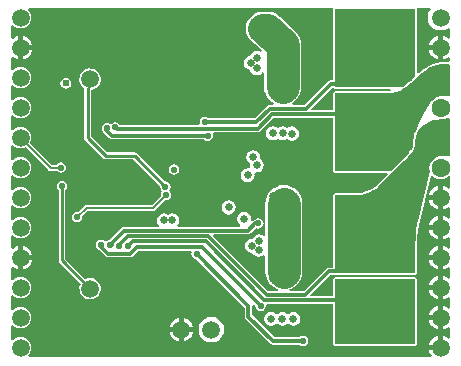
<source format=gbl>
G04*
G04 #@! TF.GenerationSoftware,Altium Limited,Altium Designer,18.1.7 (191)*
G04*
G04 Layer_Physical_Order=4*
G04 Layer_Color=16711680*
%FSLAX25Y25*%
%MOIN*%
G70*
G01*
G75*
%ADD49C,0.01000*%
%ADD50C,0.00800*%
%ADD51C,0.01200*%
%ADD55C,0.05906*%
%ADD56C,0.06299*%
%ADD57C,0.02410*%
%ADD58C,0.02600*%
%ADD59C,0.02200*%
%ADD60C,0.02400*%
%ADD62C,0.11000*%
%ADD63C,0.10000*%
G36*
X136665Y62590D02*
X136311Y62130D01*
X135886Y61102D01*
X135741Y60000D01*
X135886Y58898D01*
X136311Y57870D01*
X136988Y56988D01*
X137870Y56311D01*
X138898Y55886D01*
X140000Y55741D01*
X141102Y55886D01*
X142130Y56311D01*
X142590Y56665D01*
X143191Y56369D01*
Y53285D01*
X142590Y52995D01*
X141993Y53453D01*
X141032Y53851D01*
X140750Y53888D01*
Y50000D01*
Y46112D01*
X141032Y46149D01*
X141993Y46547D01*
X142590Y47005D01*
X143191Y46715D01*
Y45780D01*
X142837Y45349D01*
X142130Y45349D01*
X142076Y45349D01*
X142074Y45348D01*
X142071Y45349D01*
X141963Y45349D01*
X141961Y45348D01*
X141959Y45349D01*
X141851Y45347D01*
X141848Y45346D01*
X141846Y45347D01*
X141738Y45345D01*
X141736Y45344D01*
X141734Y45344D01*
X140618Y45313D01*
X140565Y45289D01*
X140508Y45300D01*
X138425Y44880D01*
X138377Y44848D01*
X138319Y44849D01*
X136338Y44080D01*
X136296Y44040D01*
X136238Y44032D01*
X134417Y42938D01*
X134382Y42891D01*
X134327Y42873D01*
X133523Y42179D01*
X133523Y42179D01*
X132648Y41425D01*
X132102Y41674D01*
Y62900D01*
X132297Y63190D01*
X136369D01*
X136665Y62590D01*
D02*
G37*
G36*
X143191Y44346D02*
X143191Y33900D01*
X140505Y33899D01*
X140505Y33899D01*
X139922Y33862D01*
X139207Y33678D01*
X139021Y33653D01*
X138870Y33590D01*
X138793Y33571D01*
X138707Y33523D01*
X138109Y33275D01*
X137326Y32674D01*
X137068Y32338D01*
X136926Y32204D01*
X136585Y31730D01*
X135000Y29200D01*
X135000Y29200D01*
X134446Y28209D01*
X133422Y26184D01*
X132511Y24105D01*
X131717Y21979D01*
X131683Y21874D01*
X131679Y21868D01*
X131678Y21858D01*
X131657Y21793D01*
X131629Y21764D01*
X131304Y20900D01*
X131133Y20446D01*
X131135Y20386D01*
X131102Y20335D01*
X130848Y18950D01*
X130861Y18891D01*
X130838Y18835D01*
X130835Y18142D01*
X130829Y17933D01*
X130805Y17756D01*
X130801Y17727D01*
X130801Y17727D01*
X130801Y17727D01*
X130772Y17511D01*
X130657Y17093D01*
X130664Y17045D01*
X130651Y17027D01*
X130537Y16451D01*
X130282Y16071D01*
X130079Y15935D01*
X130009Y15830D01*
X129904Y15761D01*
X129347Y14946D01*
X128560Y13941D01*
X127707Y12984D01*
X127258Y12528D01*
X123571Y8900D01*
X104953D01*
Y34900D01*
X122530D01*
X122941Y34900D01*
X122941Y34900D01*
Y34900D01*
X123690Y34933D01*
X125166Y35199D01*
X126572Y35721D01*
X127863Y36484D01*
X128453Y36949D01*
X129835Y38141D01*
X130155Y38204D01*
X130751Y38602D01*
X131149Y39198D01*
X131167Y39290D01*
X133947Y41687D01*
X133947Y41687D01*
Y41687D01*
X134751Y42381D01*
X136573Y43475D01*
X138554Y44243D01*
X140636Y44664D01*
X141752Y44695D01*
X141860Y44698D01*
X141968Y44699D01*
X142076Y44700D01*
X142130Y44700D01*
X142837Y44700D01*
X143191Y44346D01*
D02*
G37*
G36*
X131453Y40394D02*
X130743Y39781D01*
X130647Y39592D01*
X130638Y39578D01*
X130608Y39559D01*
X130282Y39070D01*
X129902Y38816D01*
X129708Y38778D01*
X129569Y38685D01*
X129411Y38633D01*
X128040Y37450D01*
X127495Y37021D01*
X127290Y36900D01*
X104953D01*
Y62900D01*
X131453D01*
Y40394D01*
D02*
G37*
G36*
X104304Y62900D02*
Y39123D01*
X103336D01*
X102868Y39030D01*
X102471Y38765D01*
X94629Y30924D01*
X90944D01*
X90373Y31514D01*
X90375Y31593D01*
X90724Y31780D01*
X91653Y32542D01*
X92416Y33471D01*
X92982Y34531D01*
X93331Y35681D01*
X93449Y36876D01*
Y50845D01*
X93449Y50845D01*
X93331Y52040D01*
X92982Y53190D01*
X92416Y54250D01*
X91653Y55179D01*
X91653Y55179D01*
X86884Y59948D01*
X86711Y60090D01*
X86544Y60308D01*
X85374Y61205D01*
X84012Y61770D01*
X82550Y61962D01*
X80688D01*
X79226Y61770D01*
X77864Y61205D01*
X76694Y60308D01*
X75796Y59138D01*
X75232Y57776D01*
X75039Y56314D01*
X75232Y54852D01*
X75796Y53490D01*
X76694Y52320D01*
X77864Y51422D01*
X78221Y51274D01*
X80330Y49166D01*
X79947Y48700D01*
X79697Y48867D01*
X78800Y49045D01*
X77903Y48867D01*
X77142Y48358D01*
X76634Y47597D01*
X76568Y47269D01*
X75803Y47117D01*
X75042Y46608D01*
X74533Y45847D01*
X74355Y44950D01*
X74533Y44053D01*
X75042Y43292D01*
X75803Y42783D01*
X76568Y42631D01*
X76634Y42303D01*
X77142Y41542D01*
X77903Y41033D01*
X78800Y40855D01*
X79697Y41033D01*
X80458Y41542D01*
X80590Y41738D01*
X81190Y41556D01*
Y36876D01*
X81307Y35681D01*
X81656Y34531D01*
X82223Y33471D01*
X82985Y32542D01*
X83914Y31780D01*
X84438Y31500D01*
X84287Y30900D01*
X83017D01*
X82549Y30807D01*
X82152Y30542D01*
X78134Y26524D01*
X62627D01*
X62626Y26526D01*
X62063Y26901D01*
X61400Y27033D01*
X60737Y26901D01*
X60174Y26526D01*
X59799Y25963D01*
X59667Y25300D01*
X59762Y24824D01*
X59408Y24224D01*
X33094D01*
X32826Y24626D01*
X32263Y25001D01*
X31600Y25133D01*
X30937Y25001D01*
X30374Y24626D01*
X29781Y24524D01*
X29463Y24737D01*
X28800Y24869D01*
X28137Y24737D01*
X27574Y24361D01*
X27199Y23799D01*
X27067Y23135D01*
X27199Y22472D01*
X27574Y21910D01*
X27608Y21887D01*
X27720Y21721D01*
X29642Y19799D01*
X30039Y19533D01*
X30507Y19440D01*
X61173D01*
X61174Y19438D01*
X61737Y19062D01*
X62400Y18930D01*
X63063Y19062D01*
X63626Y19438D01*
X64001Y20000D01*
X64133Y20664D01*
X64031Y21177D01*
X64368Y21777D01*
X79051D01*
X79520Y21870D01*
X79917Y22135D01*
X84435Y26653D01*
X104304D01*
Y8900D01*
X104494Y8441D01*
X104953Y8251D01*
X122119D01*
X122346Y7695D01*
X119169Y4568D01*
X118797Y4220D01*
X117998Y3574D01*
X117148Y3013D01*
X116246Y2537D01*
X115304Y2151D01*
X114328Y1858D01*
X113328Y1661D01*
X112305Y1562D01*
X111795Y1549D01*
X104953D01*
X104494Y1359D01*
X104304Y900D01*
Y-23277D01*
X102700D01*
X102232Y-23370D01*
X101835Y-23635D01*
X94370Y-31100D01*
X89684D01*
X89595Y-30500D01*
X90106Y-30345D01*
X91166Y-29779D01*
X92095Y-29016D01*
X92857Y-28087D01*
X93423Y-27028D01*
X93772Y-25878D01*
X93890Y-24682D01*
Y-1936D01*
X93772Y-740D01*
X93423Y410D01*
X92857Y1469D01*
X92095Y2398D01*
X91166Y3160D01*
X90106Y3727D01*
X88956Y4076D01*
X87761Y4193D01*
X86565Y4076D01*
X85415Y3727D01*
X84355Y3160D01*
X83426Y2398D01*
X83305Y2250D01*
X82736Y1870D01*
X82316Y1241D01*
X82182Y567D01*
X82098Y410D01*
X81749Y-740D01*
X81631Y-1936D01*
Y-12693D01*
X81258Y-12860D01*
X81031Y-12912D01*
X80315Y-12433D01*
X79418Y-12255D01*
X78520Y-12433D01*
X77759Y-12942D01*
X77252Y-13701D01*
X77018Y-13655D01*
X76120Y-13833D01*
X75359Y-14342D01*
X74851Y-15103D01*
X74673Y-16000D01*
X74851Y-16897D01*
X75359Y-17658D01*
X76120Y-18167D01*
X77018Y-18345D01*
X77236Y-18302D01*
X77742Y-19058D01*
X78503Y-19567D01*
X79400Y-19745D01*
X80297Y-19567D01*
X81031Y-19076D01*
X81186Y-19108D01*
X81631Y-19281D01*
Y-24682D01*
X81749Y-25878D01*
X82098Y-27028D01*
X82187Y-27196D01*
X82316Y-27841D01*
X82736Y-28470D01*
X83272Y-28828D01*
X83426Y-29016D01*
X84355Y-29779D01*
X85415Y-30345D01*
X85926Y-30500D01*
X85837Y-31100D01*
X82562D01*
X64240Y-12778D01*
X64470Y-12224D01*
X75800D01*
X76268Y-12130D01*
X76665Y-11865D01*
X78452Y-10078D01*
X78637Y-10201D01*
X79300Y-10333D01*
X79963Y-10201D01*
X80526Y-9826D01*
X80901Y-9263D01*
X81033Y-8600D01*
X80901Y-7937D01*
X80526Y-7374D01*
X79963Y-6999D01*
X79300Y-6867D01*
X78637Y-6999D01*
X78074Y-7374D01*
X78053Y-7406D01*
X77732Y-7470D01*
X77377Y-7707D01*
X77231Y-7665D01*
X76827Y-7394D01*
X76894Y-7058D01*
X76715Y-6160D01*
X76207Y-5400D01*
X75446Y-4891D01*
X74549Y-4713D01*
X73651Y-4891D01*
X72891Y-5400D01*
X72382Y-6160D01*
X72204Y-7058D01*
X72382Y-7955D01*
X72891Y-8716D01*
X73101Y-8856D01*
X73218Y-9657D01*
X73120Y-9776D01*
X52500D01*
X52331Y-9384D01*
X52285Y-9177D01*
X52767Y-8455D01*
X52945Y-7558D01*
X52767Y-6661D01*
X52258Y-5900D01*
X51497Y-5391D01*
X50600Y-5213D01*
X49703Y-5391D01*
X49169Y-5748D01*
X48697Y-5433D01*
X47800Y-5255D01*
X46903Y-5433D01*
X46142Y-5942D01*
X45633Y-6703D01*
X45455Y-7600D01*
X45633Y-8497D01*
X46087Y-9177D01*
X45994Y-9510D01*
X45838Y-9776D01*
X34420D01*
X33952Y-9870D01*
X33555Y-10135D01*
X29590Y-14100D01*
X29147Y-14188D01*
X28704Y-14484D01*
X28043Y-14574D01*
X27480Y-14199D01*
X26817Y-14067D01*
X26154Y-14199D01*
X25591Y-14574D01*
X25216Y-15137D01*
X25084Y-15800D01*
X25216Y-16463D01*
X25591Y-17026D01*
X26154Y-17401D01*
X26227Y-17416D01*
X28376Y-19565D01*
X28773Y-19830D01*
X29241Y-19924D01*
X36525D01*
X36993Y-19830D01*
X37390Y-19565D01*
X39332Y-17624D01*
X56787D01*
X57107Y-18224D01*
X57099Y-18237D01*
X56967Y-18900D01*
X57099Y-19563D01*
X57474Y-20126D01*
X58037Y-20501D01*
X58700Y-20633D01*
X58702Y-20633D01*
X74736Y-36666D01*
Y-39606D01*
X74829Y-40075D01*
X75094Y-40472D01*
X83287Y-48665D01*
X83684Y-48930D01*
X84153Y-49024D01*
X92873D01*
X92874Y-49026D01*
X93437Y-49401D01*
X94100Y-49533D01*
X94763Y-49401D01*
X95326Y-49026D01*
X95701Y-48463D01*
X95833Y-47800D01*
X95701Y-47137D01*
X95326Y-46574D01*
X94763Y-46199D01*
X94100Y-46067D01*
X93437Y-46199D01*
X92874Y-46574D01*
X92873Y-46576D01*
X84659D01*
X77183Y-39100D01*
Y-36159D01*
X77673Y-35604D01*
X77785Y-35582D01*
X78288Y-36084D01*
X78287Y-36087D01*
X78419Y-36750D01*
X78795Y-37313D01*
X79357Y-37688D01*
X80020Y-37820D01*
X80684Y-37688D01*
X81246Y-37313D01*
X81622Y-36750D01*
X81754Y-36087D01*
X81726Y-35947D01*
X82218Y-35347D01*
X104304D01*
Y-48880D01*
X104494Y-49340D01*
X104953Y-49530D01*
X131453D01*
X131912Y-49340D01*
X132102Y-48880D01*
Y-27100D01*
X131912Y-26641D01*
X131453Y-26451D01*
X104953D01*
X104494Y-26641D01*
X104304Y-27100D01*
Y-32900D01*
X96814D01*
X96584Y-32346D01*
X103207Y-25723D01*
X104890D01*
X104953Y-25749D01*
X131453D01*
X131912Y-25559D01*
X132102Y-25100D01*
Y-21113D01*
X132149Y-21000D01*
X132149Y-16781D01*
X132166Y-15655D01*
X132297Y-13401D01*
X132559Y-11164D01*
X132951Y-8941D01*
X133195Y-7842D01*
X136760Y7196D01*
X137395Y7272D01*
X138109Y6725D01*
X139021Y6347D01*
X140000Y6218D01*
X140979Y6347D01*
X141891Y6725D01*
X142590Y7261D01*
X143191Y7111D01*
X143190Y3285D01*
X142590Y2995D01*
X141993Y3453D01*
X141032Y3851D01*
X140750Y3888D01*
Y0D01*
Y-3888D01*
X141032Y-3851D01*
X141993Y-3453D01*
X142590Y-2995D01*
X143190Y-3285D01*
Y-6715D01*
X142590Y-7005D01*
X141993Y-6547D01*
X141032Y-6149D01*
X140750Y-6112D01*
Y-10000D01*
Y-13888D01*
X141032Y-13851D01*
X141993Y-13453D01*
X142590Y-12995D01*
X143190Y-13285D01*
Y-16715D01*
X142590Y-17005D01*
X141993Y-16547D01*
X141032Y-16149D01*
X140750Y-16112D01*
Y-20000D01*
Y-23888D01*
X141032Y-23851D01*
X141993Y-23453D01*
X142590Y-22995D01*
X143190Y-23285D01*
Y-26715D01*
X142590Y-27005D01*
X141993Y-26547D01*
X141032Y-26149D01*
X140750Y-26112D01*
Y-30000D01*
Y-33888D01*
X141032Y-33851D01*
X141993Y-33453D01*
X142590Y-32995D01*
X143190Y-33285D01*
Y-36715D01*
X142590Y-37005D01*
X141993Y-36547D01*
X141032Y-36149D01*
X140750Y-36112D01*
Y-40000D01*
Y-43888D01*
X141032Y-43851D01*
X141993Y-43453D01*
X142590Y-42995D01*
X143190Y-43285D01*
Y-46715D01*
X142590Y-47005D01*
X141993Y-46547D01*
X141032Y-46149D01*
X140750Y-46112D01*
Y-50000D01*
X140000D01*
Y-50750D01*
X136112D01*
X136149Y-51032D01*
X136547Y-51993D01*
X137005Y-52590D01*
X136715Y-53190D01*
X2664D01*
X2460Y-52590D01*
X2534Y-52534D01*
X3103Y-51792D01*
X3461Y-50927D01*
X3583Y-50000D01*
X3461Y-49073D01*
X3103Y-48208D01*
X2534Y-47466D01*
X1792Y-46897D01*
X927Y-46539D01*
X0Y-46417D01*
X-927Y-46539D01*
X-1792Y-46897D01*
X-2534Y-47466D01*
X-2591Y-47540D01*
X-3190Y-47336D01*
Y-42664D01*
X-2591Y-42460D01*
X-2534Y-42534D01*
X-1792Y-43103D01*
X-927Y-43461D01*
X0Y-43583D01*
X927Y-43461D01*
X1792Y-43103D01*
X2534Y-42534D01*
X3103Y-41792D01*
X3461Y-40927D01*
X3583Y-40000D01*
X3461Y-39073D01*
X3103Y-38208D01*
X2534Y-37466D01*
X1792Y-36897D01*
X927Y-36539D01*
X0Y-36417D01*
X-927Y-36539D01*
X-1792Y-36897D01*
X-2534Y-37466D01*
X-2591Y-37540D01*
X-3190Y-37336D01*
X-3190Y-32664D01*
X-2591Y-32460D01*
X-2534Y-32534D01*
X-1792Y-33103D01*
X-927Y-33461D01*
X0Y-33583D01*
X927Y-33461D01*
X1792Y-33103D01*
X2534Y-32534D01*
X3103Y-31792D01*
X3461Y-30927D01*
X3583Y-30000D01*
X3461Y-29073D01*
X3103Y-28208D01*
X2534Y-27466D01*
X1792Y-26897D01*
X927Y-26539D01*
X0Y-26417D01*
X-927Y-26539D01*
X-1792Y-26897D01*
X-2534Y-27466D01*
X-2591Y-27540D01*
X-3190Y-27336D01*
Y-23285D01*
X-2591Y-22995D01*
X-1993Y-23453D01*
X-1032Y-23851D01*
X-750Y-23888D01*
Y-20000D01*
Y-16112D01*
X-1032Y-16149D01*
X-1993Y-16547D01*
X-2591Y-17005D01*
X-3190Y-16715D01*
Y-12664D01*
X-2591Y-12460D01*
X-2534Y-12534D01*
X-1792Y-13103D01*
X-927Y-13461D01*
X0Y-13583D01*
X927Y-13461D01*
X1792Y-13103D01*
X2534Y-12534D01*
X3103Y-11792D01*
X3461Y-10927D01*
X3583Y-10000D01*
X3461Y-9072D01*
X3103Y-8208D01*
X2534Y-7466D01*
X1792Y-6897D01*
X927Y-6539D01*
X0Y-6417D01*
X-927Y-6539D01*
X-1792Y-6897D01*
X-2534Y-7466D01*
X-2591Y-7540D01*
X-3190Y-7336D01*
Y-2664D01*
X-2591Y-2460D01*
X-2534Y-2534D01*
X-1792Y-3103D01*
X-927Y-3461D01*
X0Y-3583D01*
X927Y-3461D01*
X1792Y-3103D01*
X2534Y-2534D01*
X3103Y-1792D01*
X3461Y-927D01*
X3583Y0D01*
X3461Y927D01*
X3103Y1792D01*
X2534Y2534D01*
X1792Y3103D01*
X927Y3461D01*
X0Y3583D01*
X-927Y3461D01*
X-1792Y3103D01*
X-2534Y2534D01*
X-2591Y2460D01*
X-3190Y2664D01*
Y7336D01*
X-2591Y7540D01*
X-2534Y7466D01*
X-1792Y6897D01*
X-927Y6539D01*
X0Y6417D01*
X927Y6539D01*
X1792Y6897D01*
X2534Y7466D01*
X3103Y8208D01*
X3461Y9072D01*
X3583Y10000D01*
X3461Y10927D01*
X3103Y11792D01*
X2534Y12534D01*
X1792Y13103D01*
X927Y13461D01*
X0Y13583D01*
X-927Y13461D01*
X-1792Y13103D01*
X-2534Y12534D01*
X-2591Y12460D01*
X-3190Y12664D01*
Y17336D01*
X-2591Y17540D01*
X-2534Y17466D01*
X-1792Y16897D01*
X-927Y16539D01*
X0Y16417D01*
X927Y16539D01*
X1700Y16859D01*
X9279Y9279D01*
X9610Y9058D01*
X10000Y8980D01*
X12037D01*
X12174Y8774D01*
X12737Y8399D01*
X13400Y8267D01*
X14063Y8399D01*
X14626Y8774D01*
X15001Y9337D01*
X15133Y10000D01*
X15001Y10663D01*
X14626Y11226D01*
X14063Y11601D01*
X13400Y11733D01*
X12737Y11601D01*
X12174Y11226D01*
X12037Y11020D01*
X10422D01*
X3142Y18300D01*
X3461Y19073D01*
X3583Y20000D01*
X3461Y20927D01*
X3103Y21792D01*
X2534Y22534D01*
X1792Y23103D01*
X927Y23461D01*
X0Y23583D01*
X-927Y23461D01*
X-1792Y23103D01*
X-2534Y22534D01*
X-2591Y22460D01*
X-3190Y22664D01*
Y27336D01*
X-2591Y27540D01*
X-2534Y27466D01*
X-1792Y26897D01*
X-927Y26539D01*
X0Y26417D01*
X927Y26539D01*
X1792Y26897D01*
X2534Y27466D01*
X3103Y28208D01*
X3461Y29073D01*
X3583Y30000D01*
X3461Y30927D01*
X3103Y31792D01*
X2534Y32534D01*
X1792Y33103D01*
X927Y33461D01*
X0Y33583D01*
X-927Y33461D01*
X-1792Y33103D01*
X-2534Y32534D01*
X-2591Y32460D01*
X-3190Y32664D01*
Y37336D01*
X-2591Y37540D01*
X-2534Y37466D01*
X-1792Y36897D01*
X-927Y36539D01*
X0Y36417D01*
X927Y36539D01*
X1792Y36897D01*
X2534Y37466D01*
X3103Y38208D01*
X3461Y39073D01*
X3583Y40000D01*
X3461Y40927D01*
X3103Y41792D01*
X2534Y42534D01*
X1792Y43103D01*
X927Y43461D01*
X0Y43583D01*
X-927Y43461D01*
X-1792Y43103D01*
X-2534Y42534D01*
X-2591Y42460D01*
X-3190Y42664D01*
Y46715D01*
X-2591Y47005D01*
X-1993Y46547D01*
X-1032Y46149D01*
X-750Y46112D01*
Y50000D01*
Y53888D01*
X-1032Y53851D01*
X-1993Y53453D01*
X-2591Y52995D01*
X-3190Y53285D01*
Y57336D01*
X-2591Y57540D01*
X-2534Y57466D01*
X-1792Y56897D01*
X-927Y56539D01*
X0Y56417D01*
X927Y56539D01*
X1792Y56897D01*
X2534Y57466D01*
X3103Y58208D01*
X3461Y59073D01*
X3583Y60000D01*
X3461Y60927D01*
X3103Y61792D01*
X2534Y62534D01*
X2460Y62590D01*
X2664Y63190D01*
X104110D01*
X104304Y62900D01*
D02*
G37*
G36*
X104420Y36620D02*
X104494Y36441D01*
X104953Y36251D01*
X123296D01*
X123517Y35651D01*
X123425Y35572D01*
X122926Y35550D01*
X122530Y35549D01*
X104953D01*
X104494Y35359D01*
X104304Y34900D01*
Y29100D01*
X97050D01*
X96821Y29654D01*
X103842Y36675D01*
X104420Y36620D01*
D02*
G37*
G36*
X143191Y26207D02*
X143191Y13954D01*
X139750Y13813D01*
X139750Y13813D01*
X139303Y13758D01*
X139031Y13654D01*
X139021Y13653D01*
X138943Y13621D01*
X138463Y13437D01*
X138426Y13406D01*
X138109Y13275D01*
X137326Y12674D01*
X136725Y11891D01*
X136347Y10979D01*
X136218Y10000D01*
X136347Y9021D01*
X136460Y8747D01*
X132562Y-7696D01*
X132562Y-7696D01*
X132314Y-8815D01*
X131916Y-11070D01*
X131650Y-13345D01*
X131517Y-15631D01*
X131500Y-16776D01*
X131500Y-21000D01*
X131453D01*
Y-25100D01*
X104953D01*
Y900D01*
X111804D01*
Y900D01*
X112345Y913D01*
X113422Y1018D01*
X114484Y1227D01*
X115520Y1538D01*
X116522Y1948D01*
X117479Y2454D01*
X118382Y3049D01*
X119224Y3730D01*
X119619Y4100D01*
X127718Y12070D01*
X127718Y12070D01*
X127718Y12070D01*
X128181Y12540D01*
X129059Y13524D01*
X129872Y14563D01*
X130440Y15395D01*
X130751Y15602D01*
X131149Y16198D01*
X131288Y16900D01*
X131284Y16922D01*
X131410Y17381D01*
X131445Y17640D01*
X131448Y17669D01*
X131448Y17669D01*
X131477Y17878D01*
X131485Y18129D01*
X131485Y18129D01*
X131485Y18129D01*
X131487Y18833D01*
X131741Y20218D01*
X132237Y21535D01*
X132959Y22743D01*
X133884Y23804D01*
X134982Y24684D01*
X136220Y25355D01*
X137556Y25795D01*
X138253Y25893D01*
X142813Y26535D01*
X143191Y26207D01*
D02*
G37*
G36*
X131453Y-48880D02*
X104953D01*
Y-27100D01*
X131453D01*
Y-48880D01*
D02*
G37*
%LPC*%
G36*
X139250Y53888D02*
X138968Y53851D01*
X138007Y53453D01*
X137181Y52819D01*
X136547Y51993D01*
X136149Y51032D01*
X136112Y50750D01*
X139250D01*
Y53888D01*
D02*
G37*
G36*
Y49250D02*
X136112D01*
X136149Y48968D01*
X136547Y48007D01*
X137181Y47181D01*
X138007Y46547D01*
X138968Y46149D01*
X139250Y46112D01*
Y49250D01*
D02*
G37*
G36*
X750Y53888D02*
Y50750D01*
X3888D01*
X3851Y51032D01*
X3453Y51993D01*
X2819Y52819D01*
X1993Y53453D01*
X1032Y53851D01*
X750Y53888D01*
D02*
G37*
G36*
X3888Y49250D02*
X750D01*
Y46112D01*
X1032Y46149D01*
X1993Y46547D01*
X2819Y47181D01*
X3453Y48007D01*
X3851Y48968D01*
X3888Y49250D01*
D02*
G37*
G36*
X15049Y39930D02*
X14347Y39790D01*
X13752Y39392D01*
X13354Y38797D01*
X13214Y38094D01*
X13354Y37392D01*
X13752Y36797D01*
X14347Y36399D01*
X15049Y36259D01*
X15752Y36399D01*
X16347Y36797D01*
X16745Y37392D01*
X16885Y38094D01*
X16745Y38797D01*
X16347Y39392D01*
X15752Y39790D01*
X15049Y39930D01*
D02*
G37*
G36*
X84105Y23780D02*
X83208Y23602D01*
X82447Y23094D01*
X81939Y22333D01*
X81761Y21435D01*
X81939Y20538D01*
X82447Y19777D01*
X83208Y19269D01*
X84105Y19090D01*
X85003Y19269D01*
X85695Y19731D01*
X86422Y19245D01*
X87319Y19067D01*
X88217Y19245D01*
X88908Y19707D01*
X89635Y19222D01*
X90533Y19043D01*
X91430Y19222D01*
X92191Y19730D01*
X92699Y20491D01*
X92878Y21388D01*
X92699Y22286D01*
X92191Y23046D01*
X91430Y23555D01*
X90533Y23733D01*
X89635Y23555D01*
X88944Y23093D01*
X88217Y23578D01*
X87319Y23757D01*
X86422Y23578D01*
X85730Y23116D01*
X85003Y23602D01*
X84105Y23780D01*
D02*
G37*
G36*
X77600Y15845D02*
X76703Y15667D01*
X75942Y15158D01*
X75433Y14397D01*
X75255Y13500D01*
X75433Y12603D01*
X75942Y11842D01*
X76587Y11411D01*
X76455Y10749D01*
X76547Y10288D01*
X76036Y9778D01*
X75700Y9845D01*
X74803Y9667D01*
X74042Y9158D01*
X73533Y8397D01*
X73355Y7500D01*
X73533Y6603D01*
X74042Y5842D01*
X74803Y5333D01*
X75700Y5155D01*
X76597Y5333D01*
X77358Y5842D01*
X77867Y6603D01*
X78045Y7500D01*
X77953Y7960D01*
X78464Y8471D01*
X78800Y8404D01*
X79697Y8582D01*
X80458Y9091D01*
X80967Y9851D01*
X81145Y10749D01*
X80967Y11646D01*
X80458Y12407D01*
X79813Y12838D01*
X79945Y13500D01*
X79766Y14397D01*
X79258Y15158D01*
X78497Y15667D01*
X77600Y15845D01*
D02*
G37*
G36*
X51188Y11097D02*
X50525Y10965D01*
X49963Y10589D01*
X49587Y10027D01*
X49455Y9363D01*
X49587Y8700D01*
X49963Y8138D01*
X50525Y7762D01*
X51188Y7630D01*
X51852Y7762D01*
X52414Y8138D01*
X52790Y8700D01*
X52922Y9363D01*
X52790Y10027D01*
X52414Y10589D01*
X51852Y10965D01*
X51188Y11097D01*
D02*
G37*
G36*
X139250Y3888D02*
X138968Y3851D01*
X138007Y3453D01*
X137181Y2819D01*
X136547Y1993D01*
X136149Y1032D01*
X136112Y750D01*
X139250D01*
Y3888D01*
D02*
G37*
G36*
X22888Y43070D02*
X21974Y42867D01*
X21145Y42435D01*
X20455Y41803D01*
X19952Y41014D01*
X19671Y40122D01*
X19630Y39188D01*
X19833Y38274D01*
X20265Y37445D01*
X20897Y36755D01*
X21210Y36555D01*
Y20000D01*
X21210Y20000D01*
X21296Y19571D01*
X21539Y19207D01*
X27539Y13207D01*
X27539Y13207D01*
X27903Y12964D01*
X28332Y12878D01*
X28332Y12878D01*
X37524D01*
X46591Y3811D01*
X46567Y3689D01*
X46699Y3025D01*
X46964Y2628D01*
X47274Y2114D01*
X46899Y1552D01*
X46767Y889D01*
X46815Y646D01*
X43789Y-2380D01*
X22000D01*
X21610Y-2458D01*
X21279Y-2679D01*
X19143Y-4815D01*
X18900Y-4767D01*
X18237Y-4899D01*
X17674Y-5274D01*
X17299Y-5837D01*
X17167Y-6500D01*
X17299Y-7163D01*
X17674Y-7726D01*
X18237Y-8101D01*
X18900Y-8233D01*
X19563Y-8101D01*
X20126Y-7726D01*
X20501Y-7163D01*
X20633Y-6500D01*
X20585Y-6257D01*
X22422Y-4420D01*
X44211D01*
X44602Y-4342D01*
X44932Y-4121D01*
X48257Y-796D01*
X48500Y-845D01*
X49163Y-713D01*
X49726Y-337D01*
X50101Y225D01*
X50233Y889D01*
X50101Y1552D01*
X49836Y1949D01*
X49526Y2463D01*
X49901Y3025D01*
X50033Y3689D01*
X49901Y4352D01*
X49526Y4914D01*
X48963Y5290D01*
X48300Y5422D01*
X48177Y5397D01*
X38782Y14793D01*
X38418Y15036D01*
X37989Y15122D01*
X37988Y15122D01*
X28796D01*
X23453Y20465D01*
Y35874D01*
X23512Y35930D01*
X24426Y36133D01*
X25255Y36565D01*
X25945Y37197D01*
X26448Y37986D01*
X26729Y38878D01*
X26770Y39812D01*
X26567Y40726D01*
X26135Y41555D01*
X25503Y42245D01*
X24714Y42748D01*
X23822Y43029D01*
X22888Y43070D01*
D02*
G37*
G36*
X139250Y-750D02*
X136112D01*
X136149Y-1032D01*
X136547Y-1993D01*
X137181Y-2819D01*
X138007Y-3453D01*
X138968Y-3851D01*
X139250Y-3888D01*
Y-750D01*
D02*
G37*
G36*
X69349Y-913D02*
X68451Y-1091D01*
X67691Y-1600D01*
X67182Y-2361D01*
X67004Y-3258D01*
X67182Y-4155D01*
X67691Y-4916D01*
X68451Y-5424D01*
X69349Y-5603D01*
X70246Y-5424D01*
X71007Y-4916D01*
X71515Y-4155D01*
X71694Y-3258D01*
X71515Y-2361D01*
X71007Y-1600D01*
X70246Y-1091D01*
X69349Y-913D01*
D02*
G37*
G36*
X139250Y-6112D02*
X138968Y-6149D01*
X138007Y-6547D01*
X137181Y-7181D01*
X136547Y-8007D01*
X136149Y-8968D01*
X136112Y-9250D01*
X139250D01*
Y-6112D01*
D02*
G37*
G36*
Y-10750D02*
X136112D01*
X136149Y-11032D01*
X136547Y-11993D01*
X137181Y-12819D01*
X138007Y-13453D01*
X138968Y-13851D01*
X139250Y-13888D01*
Y-10750D01*
D02*
G37*
G36*
X750Y-16112D02*
Y-19250D01*
X3888D01*
X3851Y-18968D01*
X3453Y-18007D01*
X2819Y-17181D01*
X1993Y-16547D01*
X1032Y-16149D01*
X750Y-16112D01*
D02*
G37*
G36*
X139250Y-16112D02*
X138968Y-16149D01*
X138007Y-16547D01*
X137181Y-17181D01*
X136547Y-18007D01*
X136149Y-18968D01*
X136112Y-19250D01*
X139250D01*
Y-16112D01*
D02*
G37*
G36*
Y-20750D02*
X136112D01*
X136149Y-21032D01*
X136547Y-21993D01*
X137181Y-22819D01*
X138007Y-23453D01*
X138968Y-23851D01*
X139250Y-23888D01*
Y-20750D01*
D02*
G37*
G36*
X3888D02*
X750D01*
Y-23888D01*
X1032Y-23851D01*
X1993Y-23453D01*
X2819Y-22819D01*
X3453Y-21993D01*
X3851Y-21032D01*
X3888Y-20750D01*
D02*
G37*
G36*
X139250Y-26112D02*
X138968Y-26149D01*
X138007Y-26547D01*
X137181Y-27181D01*
X136547Y-28007D01*
X136149Y-28968D01*
X136112Y-29250D01*
X139250D01*
Y-26112D01*
D02*
G37*
G36*
X13800Y5533D02*
X13137Y5401D01*
X12574Y5026D01*
X12199Y4463D01*
X12067Y3800D01*
X12199Y3137D01*
X12574Y2574D01*
X12678Y2505D01*
Y-20900D01*
X12678Y-20900D01*
X12764Y-21329D01*
X13007Y-21693D01*
X20023Y-28709D01*
X19833Y-29074D01*
X19630Y-29988D01*
X19671Y-30922D01*
X19952Y-31814D01*
X20455Y-32603D01*
X21145Y-33235D01*
X21974Y-33667D01*
X22888Y-33870D01*
X23822Y-33829D01*
X24714Y-33548D01*
X25503Y-33045D01*
X26135Y-32355D01*
X26567Y-31526D01*
X26770Y-30612D01*
X26729Y-29678D01*
X26448Y-28786D01*
X25945Y-27997D01*
X25255Y-27365D01*
X24426Y-26933D01*
X23512Y-26730D01*
X22578Y-26771D01*
X21686Y-27052D01*
X21596Y-27110D01*
X14921Y-20435D01*
Y2505D01*
X15026Y2574D01*
X15401Y3137D01*
X15533Y3800D01*
X15401Y4463D01*
X15026Y5026D01*
X14463Y5401D01*
X13800Y5533D01*
D02*
G37*
G36*
X139250Y-30750D02*
X136112D01*
X136149Y-31032D01*
X136547Y-31993D01*
X137181Y-32819D01*
X138007Y-33453D01*
X138968Y-33851D01*
X139250Y-33888D01*
Y-30750D01*
D02*
G37*
G36*
X90919Y-38079D02*
X90022Y-38257D01*
X89495Y-38609D01*
X89069Y-38717D01*
X88644Y-38609D01*
X88117Y-38257D01*
X87219Y-38079D01*
X86322Y-38257D01*
X85795Y-38609D01*
X85369Y-38717D01*
X84944Y-38609D01*
X84417Y-38257D01*
X83519Y-38079D01*
X82622Y-38257D01*
X81861Y-38765D01*
X81353Y-39526D01*
X81174Y-40424D01*
X81353Y-41321D01*
X81861Y-42082D01*
X82622Y-42590D01*
X83519Y-42769D01*
X84417Y-42590D01*
X84944Y-42238D01*
X85369Y-42130D01*
X85795Y-42238D01*
X86322Y-42590D01*
X87219Y-42769D01*
X88117Y-42590D01*
X88644Y-42238D01*
X89069Y-42130D01*
X89495Y-42238D01*
X90022Y-42590D01*
X90919Y-42769D01*
X91817Y-42590D01*
X92577Y-42082D01*
X93086Y-41321D01*
X93264Y-40424D01*
X93086Y-39526D01*
X92577Y-38765D01*
X91817Y-38257D01*
X90919Y-38079D01*
D02*
G37*
G36*
X139250Y-36112D02*
X138968Y-36149D01*
X138007Y-36547D01*
X137181Y-37181D01*
X136547Y-38007D01*
X136149Y-38968D01*
X136112Y-39250D01*
X139250D01*
Y-36112D01*
D02*
G37*
G36*
X54350Y-40112D02*
Y-43250D01*
X57488D01*
X57451Y-42968D01*
X57053Y-42007D01*
X56419Y-41181D01*
X55593Y-40547D01*
X54632Y-40149D01*
X54350Y-40112D01*
D02*
G37*
G36*
X52850Y-40112D02*
X52568Y-40149D01*
X51607Y-40547D01*
X50781Y-41181D01*
X50147Y-42007D01*
X49749Y-42968D01*
X49712Y-43250D01*
X52850D01*
Y-40112D01*
D02*
G37*
G36*
X139250Y-40750D02*
X136112D01*
X136149Y-41032D01*
X136547Y-41993D01*
X137181Y-42819D01*
X138007Y-43453D01*
X138968Y-43851D01*
X139250Y-43888D01*
Y-40750D01*
D02*
G37*
G36*
X52850Y-44750D02*
X49712D01*
X49749Y-45032D01*
X50147Y-45993D01*
X50781Y-46819D01*
X51607Y-47453D01*
X52568Y-47851D01*
X52850Y-47888D01*
Y-44750D01*
D02*
G37*
G36*
X57488D02*
X54350D01*
Y-47888D01*
X54632Y-47851D01*
X55593Y-47453D01*
X56419Y-46819D01*
X57053Y-45993D01*
X57451Y-45032D01*
X57488Y-44750D01*
D02*
G37*
G36*
X63600Y-39741D02*
X62498Y-39886D01*
X61470Y-40311D01*
X60588Y-40988D01*
X59911Y-41870D01*
X59486Y-42898D01*
X59341Y-44000D01*
X59486Y-45102D01*
X59911Y-46130D01*
X60588Y-47012D01*
X61470Y-47689D01*
X62498Y-48114D01*
X63600Y-48259D01*
X64702Y-48114D01*
X65730Y-47689D01*
X66612Y-47012D01*
X67289Y-46130D01*
X67714Y-45102D01*
X67859Y-44000D01*
X67714Y-42898D01*
X67289Y-41870D01*
X66612Y-40988D01*
X65730Y-40311D01*
X64702Y-39886D01*
X63600Y-39741D01*
D02*
G37*
G36*
X139250Y-46112D02*
X138968Y-46149D01*
X138007Y-46547D01*
X137181Y-47181D01*
X136547Y-48007D01*
X136149Y-48968D01*
X136112Y-49250D01*
X139250D01*
Y-46112D01*
D02*
G37*
%LPD*%
D49*
X13800Y-20900D02*
X23200Y-30300D01*
X13800Y-20900D02*
Y3800D01*
X22332Y20000D02*
Y36691D01*
Y20000D02*
X28332Y14000D01*
X37989D02*
X48300Y3689D01*
X28332Y14000D02*
X37989D01*
D50*
X18900Y-6500D02*
X22000Y-3400D01*
X44211D01*
X48500Y889D01*
X0Y20000D02*
X10000Y10000D01*
X13400D01*
D51*
X30507Y20664D02*
X62400D01*
X32000Y23000D02*
X79051D01*
X31600Y23400D02*
X32000Y23000D01*
X61400Y25300D02*
X78641D01*
X83017Y29676D01*
X79051Y23000D02*
X83928Y27876D01*
X28800Y22801D02*
Y23135D01*
X28585Y22586D02*
X30507Y20664D01*
X105053Y-24500D02*
X107453Y-22100D01*
X102700Y-24500D02*
X105053D01*
X94876Y-32324D02*
X102700Y-24500D01*
X78200Y-8600D02*
X79300D01*
X30350Y-15789D02*
Y-15070D01*
X75800Y-11000D02*
X78200Y-8600D01*
X34420Y-11000D02*
X75800D01*
X82055Y-32324D02*
X94876D01*
X62532Y-12800D02*
X82055Y-32324D01*
X81310Y-34124D02*
X107429D01*
X61786Y-14600D02*
X81310Y-34124D01*
X60334Y-16400D02*
X80020Y-36087D01*
X38825Y-16400D02*
X60334D01*
X36525Y-18700D02*
X38825Y-16400D01*
X37372Y-14600D02*
X61786D01*
X35909Y-16063D02*
X37372Y-14600D01*
X35693Y-12800D02*
X62532D01*
X32810Y-15683D02*
X35693Y-12800D01*
X30350Y-15070D02*
X34420Y-11000D01*
X84153Y-47800D02*
X94100D01*
X75959Y-39606D02*
X84153Y-47800D01*
X75959Y-39606D02*
Y-36159D01*
X58700Y-18900D02*
X75959Y-36159D01*
X29810Y-15789D02*
X30350D01*
X32810Y-16089D02*
Y-15683D01*
X29241Y-18700D02*
X36525D01*
X26817Y-16275D02*
Y-15800D01*
Y-16275D02*
X29241Y-18700D01*
X28585Y22586D02*
X28800Y22801D01*
X83928Y27876D02*
X107796D01*
X107429Y-34124D02*
X107453Y-34100D01*
X103336Y37900D02*
X105843D01*
X95136Y29700D02*
X103336Y37900D01*
X90325Y29700D02*
X95136D01*
X83017Y29676D02*
X90301D01*
X107796Y27876D02*
X107819Y27900D01*
X90301Y29676D02*
X90325Y29700D01*
X105843Y37900D02*
X107819Y39876D01*
D55*
X23200Y39500D02*
D03*
Y-30300D02*
D03*
X140000Y0D02*
D03*
Y-10000D02*
D03*
Y-50000D02*
D03*
Y-40000D02*
D03*
Y-30000D02*
D03*
Y-20000D02*
D03*
X0Y50000D02*
D03*
Y60000D02*
D03*
Y-20000D02*
D03*
Y-30000D02*
D03*
Y-40000D02*
D03*
Y-50000D02*
D03*
X63600Y-44000D02*
D03*
X53600D02*
D03*
X140000Y60000D02*
D03*
Y50000D02*
D03*
X0Y40000D02*
D03*
Y30000D02*
D03*
Y-10000D02*
D03*
Y0D02*
D03*
Y10000D02*
D03*
Y20000D02*
D03*
D56*
X140000D02*
D03*
Y10000D02*
D03*
Y40000D02*
D03*
Y30000D02*
D03*
D57*
X100600Y-3700D02*
D03*
X46373Y52527D02*
D03*
X8873Y37527D02*
D03*
X12623Y60027D02*
D03*
X50123Y15027D02*
D03*
X100600Y11300D02*
D03*
Y3800D02*
D03*
X36600Y45700D02*
D03*
X57623Y-49973D02*
D03*
X100600Y57200D02*
D03*
Y-11200D02*
D03*
Y49700D02*
D03*
X50123Y-49973D02*
D03*
X57623Y60027D02*
D03*
X35400Y-36800D02*
D03*
X35123Y60027D02*
D03*
X100600Y-43200D02*
D03*
Y18800D02*
D03*
X12623Y-29973D02*
D03*
X100600Y-50700D02*
D03*
X9800Y-48900D02*
D03*
X8873Y-37473D02*
D03*
Y22527D02*
D03*
X5123Y-29973D02*
D03*
X100600Y-18700D02*
D03*
X35123Y-49973D02*
D03*
X5123Y-14973D02*
D03*
X46373Y60027D02*
D03*
D58*
X21820Y-47727D02*
D03*
X22400Y57300D02*
D03*
X18886Y-43598D02*
D03*
X19164Y53425D02*
D03*
X25592Y61085D02*
D03*
X84105Y500D02*
D03*
X87319Y476D02*
D03*
X90533Y453D02*
D03*
X47800Y-7600D02*
D03*
X50600Y-7558D02*
D03*
X75700Y7500D02*
D03*
X79418Y-14600D02*
D03*
X66300Y13600D02*
D03*
X63500Y2989D02*
D03*
X69626Y8874D02*
D03*
X74549Y-7058D02*
D03*
X77018Y-16000D02*
D03*
X69349Y-3258D02*
D03*
X79400Y-17400D02*
D03*
X80092Y55800D02*
D03*
X77600Y13500D02*
D03*
X77500Y57500D02*
D03*
X80092Y59100D02*
D03*
X76700Y44950D02*
D03*
X63500Y7465D02*
D03*
X8100Y19300D02*
D03*
X84105Y34900D02*
D03*
X87319Y34876D02*
D03*
X90533Y34853D02*
D03*
Y-27147D02*
D03*
X87319Y-27124D02*
D03*
X84105Y-27100D02*
D03*
X83519Y-40424D02*
D03*
X90919D02*
D03*
X87219D02*
D03*
X25313Y-51259D02*
D03*
X78800Y10749D02*
D03*
X90533Y21388D02*
D03*
X87319Y21412D02*
D03*
X84105Y21435D02*
D03*
X58636Y13500D02*
D03*
X56400Y1156D02*
D03*
X78800Y43200D02*
D03*
Y46700D02*
D03*
D59*
X62400Y20664D02*
D03*
X31600Y23400D02*
D03*
X43800Y13700D02*
D03*
X61400Y25300D02*
D03*
X28800Y23135D02*
D03*
X13800Y3800D02*
D03*
X18900Y-6500D02*
D03*
X48500Y889D02*
D03*
X13400Y10000D02*
D03*
X51188Y9363D02*
D03*
X79300Y-8600D02*
D03*
X80020Y-36087D02*
D03*
X29810Y-15789D02*
D03*
X32810Y-16089D02*
D03*
X26817Y-15800D02*
D03*
X35909Y-16063D02*
D03*
X48300Y3689D02*
D03*
X94100Y-47800D02*
D03*
X58700Y-18900D02*
D03*
D60*
X62900Y29500D02*
D03*
X64800Y27700D02*
D03*
X60965Y31400D02*
D03*
X41100Y18200D02*
D03*
X21800Y-8185D02*
D03*
X35931Y5000D02*
D03*
Y669D02*
D03*
X2200Y-5000D02*
D03*
X35931Y9331D02*
D03*
X31600D02*
D03*
Y5000D02*
D03*
Y669D02*
D03*
X27269Y9331D02*
D03*
Y5000D02*
D03*
Y669D02*
D03*
X69700Y-45000D02*
D03*
X75100D02*
D03*
X72400D02*
D03*
X15049Y38094D02*
D03*
X69057Y34853D02*
D03*
X111453Y55900D02*
D03*
Y47900D02*
D03*
Y39900D02*
D03*
X107453Y59900D02*
D03*
Y51900D02*
D03*
Y43900D02*
D03*
X129453Y59900D02*
D03*
Y39900D02*
D03*
Y16900D02*
D03*
Y21900D02*
D03*
X107453Y11900D02*
D03*
X111453Y15900D02*
D03*
X107453Y19900D02*
D03*
X111453Y23900D02*
D03*
X107453Y27900D02*
D03*
X111453Y31900D02*
D03*
X129453Y-22100D02*
D03*
Y-17100D02*
D03*
Y-12100D02*
D03*
Y-7100D02*
D03*
X107453Y-22100D02*
D03*
X111453Y-18100D02*
D03*
X107453Y-14100D02*
D03*
X111453Y-10100D02*
D03*
X107453Y-6100D02*
D03*
X111453Y-2100D02*
D03*
X129453Y-47000D02*
D03*
Y-42775D02*
D03*
Y-38550D02*
D03*
Y-34325D02*
D03*
Y-30100D02*
D03*
X107453Y-47000D02*
D03*
X111453Y-43620D02*
D03*
X107453Y-40240D02*
D03*
X111453Y-36860D02*
D03*
X107453Y-33480D02*
D03*
X111453Y-30100D02*
D03*
X129453Y26900D02*
D03*
Y31900D02*
D03*
Y-2100D02*
D03*
Y54900D02*
D03*
Y44900D02*
D03*
Y49900D02*
D03*
D62*
X87761Y-24682D02*
Y-1936D01*
X82550Y55614D02*
X87319Y50845D01*
Y36876D02*
Y50845D01*
D63*
X80688Y56314D02*
X82550D01*
M02*

</source>
